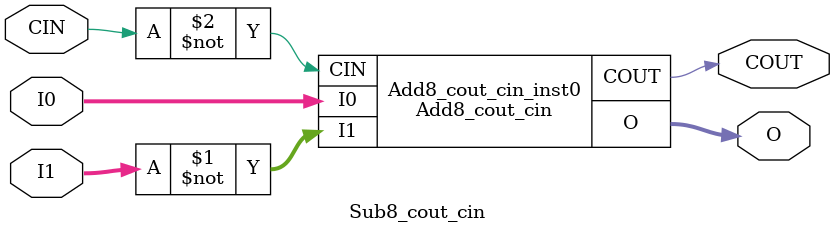
<source format=v>
module Add8_cout_cin (input [7:0] I0, input [7:0] I1, output [7:0] O, output COUT, input CIN);
wire [8:0] coreir_add9_inst0_out;
assign coreir_add9_inst0_out = (({1'b0,1'b0,1'b0,1'b0,1'b0,1'b0,1'b0,1'b0,CIN}) + ({1'b0,I0[7],I0[6],I0[5],I0[4],I0[3],I0[2],I0[1],I0[0]})) + ({1'b0,I1[7],I1[6],I1[5],I1[4],I1[3],I1[2],I1[1],I1[0]});
assign O = {coreir_add9_inst0_out[7],coreir_add9_inst0_out[6],coreir_add9_inst0_out[5],coreir_add9_inst0_out[4],coreir_add9_inst0_out[3],coreir_add9_inst0_out[2],coreir_add9_inst0_out[1],coreir_add9_inst0_out[0]};
assign COUT = coreir_add9_inst0_out[8];
endmodule

module Sub8_cout_cin (input [7:0] I0, input [7:0] I1, output [7:0] O, output COUT, input CIN);
Add8_cout_cin Add8_cout_cin_inst0(.I0(I0), .I1(~ I1), .O(O), .COUT(COUT), .CIN(~ CIN));
endmodule


</source>
